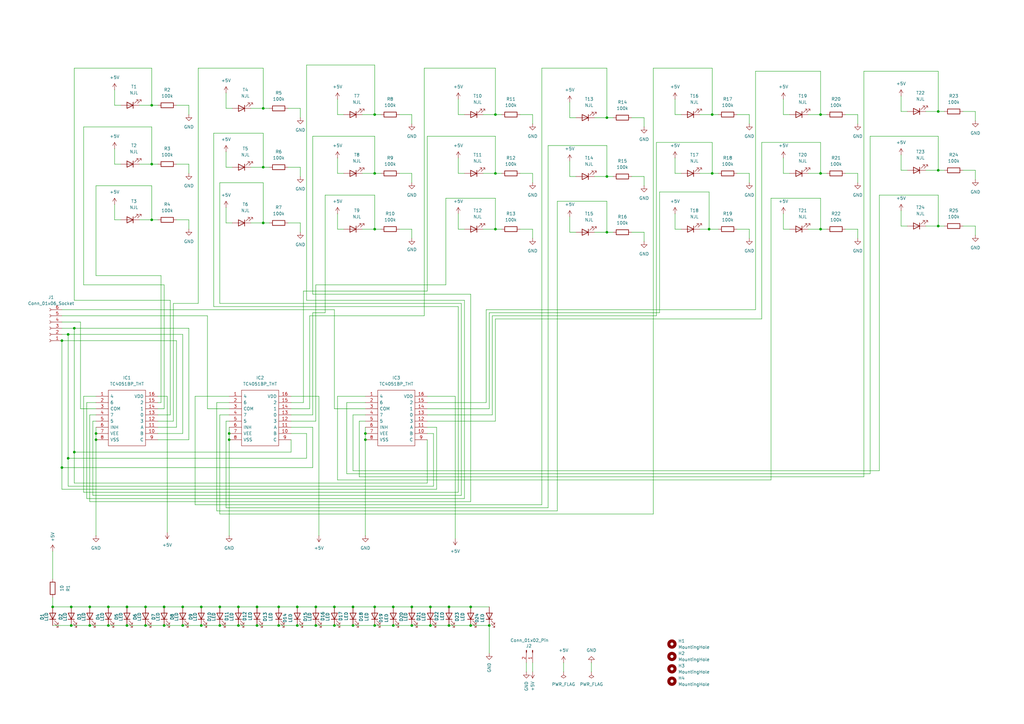
<source format=kicad_sch>
(kicad_sch (version 20231120) (generator "eeschema") (generator_version "8.0")
  (paper "A3")
  (junction (at 384.81 69.85))
  (junction (at 336.55 93.98))
  (junction (at 129.54 248.92))
  (junction (at 44.45 248.92))
  (junction (at 137.16 248.92))
  (junction (at 161.29 256.54))
  (junction (at 59.69 256.54))
  (junction (at 25.4 139.7))
  (junction (at 184.15 256.54))
  (junction (at 292.1 46.99))
  (junction (at 52.07 256.54))
  (junction (at 25.4 191.77))
  (junction (at 29.21 248.92))
  (junction (at 149.86 177.8))
  (junction (at 200.66 256.54))
  (junction (at 336.55 71.12))
  (junction (at 292.1 71.12))
  (junction (at 107.95 91.44))
  (junction (at 153.67 46.99))
  (junction (at 384.81 92.71))
  (junction (at 105.41 248.92))
  (junction (at 82.55 256.54))
  (junction (at 62.23 43.18))
  (junction (at 39.37 180.34))
  (junction (at 44.45 256.54))
  (junction (at 121.92 248.92))
  (junction (at 114.3 248.92))
  (junction (at 153.67 71.12))
  (junction (at 248.92 95.25))
  (junction (at 52.07 248.92))
  (junction (at 30.48 185.42))
  (junction (at 121.92 256.54))
  (junction (at 176.53 256.54))
  (junction (at 193.04 256.54))
  (junction (at 168.91 248.92))
  (junction (at 21.59 248.92))
  (junction (at 27.94 137.16))
  (junction (at 82.55 248.92))
  (junction (at 90.17 256.54))
  (junction (at 107.95 68.58))
  (junction (at 384.81 45.72))
  (junction (at 62.23 67.31))
  (junction (at 107.95 44.45))
  (junction (at 176.53 248.92))
  (junction (at 105.41 256.54))
  (junction (at 203.2 71.12))
  (junction (at 93.98 177.8))
  (junction (at 336.55 46.99))
  (junction (at 203.2 93.98))
  (junction (at 62.23 90.17))
  (junction (at 90.17 248.92))
  (junction (at 248.92 48.26))
  (junction (at 149.86 180.34))
  (junction (at 193.04 248.92))
  (junction (at 74.93 256.54))
  (junction (at 144.78 256.54))
  (junction (at 114.3 256.54))
  (junction (at 161.29 248.92))
  (junction (at 153.67 93.98))
  (junction (at 97.79 256.54))
  (junction (at 153.67 256.54))
  (junction (at 203.2 46.99))
  (junction (at 129.54 256.54))
  (junction (at 290.83 93.98))
  (junction (at 74.93 248.92))
  (junction (at 39.37 177.8))
  (junction (at 67.31 248.92))
  (junction (at 248.92 72.39))
  (junction (at 153.67 248.92))
  (junction (at 144.78 248.92))
  (junction (at 36.83 256.54))
  (junction (at 59.69 248.92))
  (junction (at 184.15 248.92))
  (junction (at 36.83 248.92))
  (junction (at 29.21 256.54))
  (junction (at 67.31 256.54))
  (junction (at 93.98 180.34))
  (junction (at 97.79 248.92))
  (junction (at 168.91 256.54))
  (junction (at 30.48 134.62))
  (junction (at 27.94 187.96))
  (junction (at 137.16 256.54))
  (wire (pts (xy 62.23 67.31) (xy 64.77 67.31)))
  (wire (pts (xy 87.63 125.73) (xy 187.96 125.73)))
  (wire (pts (xy 92.71 85.09) (xy 92.71 91.44)))
  (wire (pts (xy 309.88 127) (xy 199.39 127)))
  (wire (pts (xy 21.59 226.06) (xy 21.59 237.49)))
  (wire (pts (xy 394.97 45.72) (xy 400.05 45.72)))
  (wire (pts (xy 118.11 91.44) (xy 123.19 91.44)))
  (wire (pts (xy 153.67 71.12) (xy 156.21 71.12)))
  (wire (pts (xy 36.83 248.92) (xy 44.45 248.92)))
  (wire (pts (xy 138.43 40.64) (xy 138.43 46.99)))
  (wire (pts (xy 38.1 203.2) (xy 38.1 172.72)))
  (wire (pts (xy 128.27 55.88) (xy 153.67 55.88)))
  (wire (pts (xy 92.71 44.45) (xy 95.25 44.45)))
  (wire (pts (xy 276.86 46.99) (xy 279.4 46.99)))
  (wire (pts (xy 107.95 27.94) (xy 107.95 44.45)))
  (wire (pts (xy 39.37 177.8) (xy 39.37 180.34)))
  (wire (pts (xy 360.68 193.04) (xy 144.78 193.04)))
  (wire (pts (xy 243.84 48.26) (xy 248.92 48.26)))
  (wire (pts (xy 302.26 46.99) (xy 307.34 46.99)))
  (wire (pts (xy 199.39 127) (xy 199.39 165.1)))
  (wire (pts (xy 331.47 93.98) (xy 336.55 93.98)))
  (wire (pts (xy 224.79 59.69) (xy 224.79 208.28)))
  (wire (pts (xy 307.34 71.12) (xy 307.34 74.93)))
  (wire (pts (xy 102.87 91.44) (xy 107.95 91.44)))
  (wire (pts (xy 175.26 180.34) (xy 175.26 198.12)))
  (wire (pts (xy 21.59 256.54) (xy 29.21 256.54)))
  (wire (pts (xy 105.41 256.54) (xy 114.3 256.54)))
  (wire (pts (xy 85.09 167.64) (xy 93.98 167.64)))
  (wire (pts (xy 127 167.64) (xy 119.38 167.64)))
  (wire (pts (xy 394.97 92.71) (xy 400.05 92.71)))
  (wire (pts (xy 153.67 55.88) (xy 153.67 71.12)))
  (wire (pts (xy 193.04 120.65) (xy 193.04 205.74)))
  (wire (pts (xy 187.96 71.12) (xy 190.5 71.12)))
  (wire (pts (xy 384.81 29.21) (xy 384.81 45.72)))
  (wire (pts (xy 74.93 256.54) (xy 82.55 256.54)))
  (wire (pts (xy 57.15 43.18) (xy 62.23 43.18)))
  (wire (pts (xy 35.56 165.1) (xy 39.37 165.1)))
  (wire (pts (xy 46.99 67.31) (xy 49.53 67.31)))
  (wire (pts (xy 39.37 167.64) (xy 33.02 167.64)))
  (wire (pts (xy 81.28 27.94) (xy 107.95 27.94)))
  (wire (pts (xy 161.29 248.92) (xy 168.91 248.92)))
  (wire (pts (xy 88.9 165.1) (xy 93.98 165.1)))
  (wire (pts (xy 124.46 165.1) (xy 119.38 165.1)))
  (wire (pts (xy 138.43 87.63) (xy 138.43 93.98)))
  (wire (pts (xy 321.31 40.64) (xy 321.31 46.99)))
  (wire (pts (xy 64.77 177.8) (xy 74.93 177.8)))
  (wire (pts (xy 384.81 69.85) (xy 387.35 69.85)))
  (wire (pts (xy 144.78 248.92) (xy 153.67 248.92)))
  (wire (pts (xy 233.68 72.39) (xy 236.22 72.39)))
  (wire (pts (xy 39.37 113.03) (xy 66.04 113.03)))
  (wire (pts (xy 276.86 71.12) (xy 279.4 71.12)))
  (wire (pts (xy 66.04 113.03) (xy 66.04 165.1)))
  (wire (pts (xy 34.29 52.07) (xy 34.29 116.84)))
  (wire (pts (xy 119.38 177.8) (xy 125.73 177.8)))
  (wire (pts (xy 228.6 209.55) (xy 88.9 209.55)))
  (wire (pts (xy 123.19 91.44) (xy 123.19 95.25)))
  (wire (pts (xy 125.73 26.67) (xy 153.67 26.67)))
  (wire (pts (xy 203.2 46.99) (xy 205.74 46.99)))
  (wire (pts (xy 248.92 48.26) (xy 251.46 48.26)))
  (wire (pts (xy 153.67 26.67) (xy 153.67 46.99)))
  (wire (pts (xy 248.92 82.55) (xy 248.92 95.25)))
  (wire (pts (xy 321.31 87.63) (xy 321.31 93.98)))
  (wire (pts (xy 138.43 162.56) (xy 149.86 162.56)))
  (wire (pts (xy 384.81 80.01) (xy 384.81 92.71)))
  (wire (pts (xy 118.11 44.45) (xy 123.19 44.45)))
  (wire (pts (xy 203.2 81.28) (xy 203.2 93.98)))
  (wire (pts (xy 64.77 162.56) (xy 68.58 162.56)))
  (wire (pts (xy 369.57 63.5) (xy 369.57 69.85)))
  (wire (pts (xy 179.07 175.26) (xy 179.07 200.66)))
  (wire (pts (xy 292.1 58.42) (xy 292.1 71.12)))
  (wire (pts (xy 203.2 93.98) (xy 205.74 93.98)))
  (wire (pts (xy 97.79 256.54) (xy 105.41 256.54)))
  (wire (pts (xy 114.3 256.54) (xy 121.92 256.54)))
  (wire (pts (xy 71.12 172.72) (xy 64.77 172.72)))
  (wire (pts (xy 67.31 116.84) (xy 67.31 167.64)))
  (wire (pts (xy 336.55 81.28) (xy 316.23 81.28)))
  (wire (pts (xy 187.96 46.99) (xy 190.5 46.99)))
  (wire (pts (xy 331.47 46.99) (xy 336.55 46.99)))
  (wire (pts (xy 336.55 46.99) (xy 339.09 46.99)))
  (wire (pts (xy 133.35 80.01) (xy 133.35 128.27)))
  (wire (pts (xy 309.88 29.21) (xy 336.55 29.21)))
  (wire (pts (xy 97.79 248.92) (xy 105.41 248.92)))
  (wire (pts (xy 331.47 71.12) (xy 336.55 71.12)))
  (wire (pts (xy 346.71 46.99) (xy 351.79 46.99)))
  (wire (pts (xy 267.97 27.94) (xy 267.97 210.82)))
  (wire (pts (xy 39.37 76.2) (xy 62.23 76.2)))
  (wire (pts (xy 72.39 67.31) (xy 77.47 67.31)))
  (wire (pts (xy 175.26 162.56) (xy 186.69 162.56)))
  (wire (pts (xy 248.92 27.94) (xy 222.25 27.94)))
  (wire (pts (xy 44.45 248.92) (xy 52.07 248.92)))
  (wire (pts (xy 21.59 245.11) (xy 21.59 248.92)))
  (wire (pts (xy 107.95 74.93) (xy 90.17 74.93)))
  (wire (pts (xy 259.08 72.39) (xy 264.16 72.39)))
  (wire (pts (xy 147.32 195.58) (xy 147.32 172.72)))
  (wire (pts (xy 107.95 54.61) (xy 87.63 54.61)))
  (wire (pts (xy 36.83 256.54) (xy 44.45 256.54)))
  (wire (pts (xy 203.2 81.28) (xy 182.88 81.28)))
  (wire (pts (xy 201.93 170.18) (xy 175.26 170.18)))
  (wire (pts (xy 27.94 137.16) (xy 27.94 187.96)))
  (wire (pts (xy 351.79 46.99) (xy 351.79 50.8)))
  (wire (pts (xy 168.91 248.92) (xy 176.53 248.92)))
  (wire (pts (xy 369.57 92.71) (xy 372.11 92.71)))
  (wire (pts (xy 44.45 256.54) (xy 52.07 256.54)))
  (wire (pts (xy 119.38 180.34) (xy 119.38 185.42)))
  (wire (pts (xy 292.1 27.94) (xy 292.1 46.99)))
  (wire (pts (xy 312.42 130.81) (xy 203.2 130.81)))
  (wire (pts (xy 85.09 129.54) (xy 25.4 129.54)))
  (wire (pts (xy 259.08 48.26) (xy 264.16 48.26)))
  (wire (pts (xy 62.23 52.07) (xy 62.23 67.31)))
  (wire (pts (xy 309.88 29.21) (xy 309.88 127)))
  (wire (pts (xy 35.56 165.1) (xy 35.56 204.47)))
  (wire (pts (xy 176.53 248.92) (xy 184.15 248.92)))
  (wire (pts (xy 64.77 180.34) (xy 77.47 180.34)))
  (wire (pts (xy 242.57 271.78) (xy 242.57 275.59)))
  (wire (pts (xy 369.57 86.36) (xy 369.57 92.71)))
  (wire (pts (xy 384.81 45.72) (xy 387.35 45.72)))
  (wire (pts (xy 88.9 165.1) (xy 88.9 209.55)))
  (wire (pts (xy 46.99 36.83) (xy 46.99 43.18)))
  (wire (pts (xy 119.38 185.42) (xy 30.48 185.42)))
  (wire (pts (xy 356.87 194.31) (xy 142.24 194.31)))
  (wire (pts (xy 233.68 41.91) (xy 233.68 48.26)))
  (wire (pts (xy 213.36 71.12) (xy 218.44 71.12)))
  (wire (pts (xy 46.99 43.18) (xy 49.53 43.18)))
  (wire (pts (xy 175.26 175.26) (xy 179.07 175.26)))
  (wire (pts (xy 129.54 172.72) (xy 119.38 172.72)))
  (wire (pts (xy 233.68 66.04) (xy 233.68 72.39)))
  (wire (pts (xy 118.11 68.58) (xy 123.19 68.58)))
  (wire (pts (xy 67.31 167.64) (xy 64.77 167.64)))
  (wire (pts (xy 92.71 91.44) (xy 95.25 91.44)))
  (wire (pts (xy 25.4 134.62) (xy 30.48 134.62)))
  (wire (pts (xy 248.92 59.69) (xy 248.92 72.39)))
  (wire (pts (xy 175.26 177.8) (xy 177.8 177.8)))
  (wire (pts (xy 369.57 39.37) (xy 369.57 45.72)))
  (wire (pts (xy 69.85 123.19) (xy 69.85 170.18)))
  (wire (pts (xy 200.66 167.64) (xy 175.26 167.64)))
  (wire (pts (xy 187.96 64.77) (xy 187.96 71.12)))
  (wire (pts (xy 203.2 71.12) (xy 205.74 71.12)))
  (wire (pts (xy 153.67 248.92) (xy 161.29 248.92)))
  (wire (pts (xy 87.63 54.61) (xy 87.63 125.73)))
  (wire (pts (xy 133.35 128.27) (xy 128.27 128.27)))
  (wire (pts (xy 287.02 46.99) (xy 292.1 46.99)))
  (wire (pts (xy 276.86 64.77) (xy 276.86 71.12)))
  (wire (pts (xy 200.66 128.27) (xy 200.66 167.64)))
  (wire (pts (xy 276.86 93.98) (xy 279.4 93.98)))
  (wire (pts (xy 213.36 46.99) (xy 218.44 46.99)))
  (wire (pts (xy 228.6 82.55) (xy 228.6 209.55)))
  (wire (pts (xy 124.46 119.38) (xy 124.46 165.1)))
  (wire (pts (xy 125.73 123.19) (xy 190.5 123.19)))
  (wire (pts (xy 144.78 193.04) (xy 144.78 170.18)))
  (wire (pts (xy 62.23 76.2) (xy 62.23 90.17)))
  (wire (pts (xy 57.15 67.31) (xy 62.23 67.31)))
  (wire (pts (xy 25.4 127) (xy 137.16 127)))
  (wire (pts (xy 198.12 93.98) (xy 203.2 93.98)))
  (wire (pts (xy 85.09 129.54) (xy 85.09 167.64)))
  (wire (pts (xy 354.33 195.58) (xy 147.32 195.58)))
  (wire (pts (xy 149.86 167.64) (xy 137.16 167.64)))
  (wire (pts (xy 68.58 162.56) (xy 68.58 218.44)))
  (wire (pts (xy 193.04 205.74) (xy 36.83 205.74)))
  (wire (pts (xy 39.37 175.26) (xy 39.37 177.8)))
  (wire (pts (xy 201.93 129.54) (xy 201.93 170.18)))
  (wire (pts (xy 62.23 43.18) (xy 64.77 43.18)))
  (wire (pts (xy 302.26 71.12) (xy 307.34 71.12)))
  (wire (pts (xy 33.02 132.08) (xy 25.4 132.08)))
  (wire (pts (xy 142.24 194.31) (xy 142.24 165.1)))
  (wire (pts (xy 218.44 71.12) (xy 218.44 74.93)))
  (wire (pts (xy 148.59 46.99) (xy 153.67 46.99)))
  (wire (pts (xy 138.43 196.85) (xy 138.43 162.56)))
  (wire (pts (xy 125.73 26.67) (xy 125.73 123.19)))
  (wire (pts (xy 224.79 59.69) (xy 248.92 59.69)))
  (wire (pts (xy 81.28 27.94) (xy 81.28 124.46)))
  (wire (pts (xy 175.26 119.38) (xy 124.46 119.38)))
  (wire (pts (xy 74.93 248.92) (xy 82.55 248.92)))
  (wire (pts (xy 107.95 54.61) (xy 107.95 68.58)))
  (wire (pts (xy 168.91 256.54) (xy 161.29 256.54)))
  (wire (pts (xy 394.97 69.85) (xy 400.05 69.85)))
  (wire (pts (xy 57.15 90.17) (xy 62.23 90.17)))
  (wire (pts (xy 292.1 71.12) (xy 294.64 71.12)))
  (wire (pts (xy 62.23 27.94) (xy 62.23 43.18)))
  (wire (pts (xy 46.99 90.17) (xy 49.53 90.17)))
  (wire (pts (xy 67.31 256.54) (xy 74.93 256.54)))
  (wire (pts (xy 119.38 175.26) (xy 128.27 175.26)))
  (wire (pts (xy 173.99 27.94) (xy 203.2 27.94)))
  (wire (pts (xy 34.29 162.56) (xy 39.37 162.56)))
  (wire (pts (xy 336.55 81.28) (xy 336.55 93.98)))
  (wire (pts (xy 64.77 175.26) (xy 72.39 175.26)))
  (wire (pts (xy 321.31 71.12) (xy 323.85 71.12)))
  (wire (pts (xy 248.92 95.25) (xy 251.46 95.25)))
  (wire (pts (xy 90.17 248.92) (xy 97.79 248.92)))
  (wire (pts (xy 163.83 46.99) (xy 168.91 46.99)))
  (wire (pts (xy 30.48 27.94) (xy 30.48 123.19)))
  (wire (pts (xy 193.04 256.54) (xy 200.66 256.54)))
  (wire (pts (xy 33.02 167.64) (xy 33.02 132.08)))
  (wire (pts (xy 184.15 256.54) (xy 176.53 256.54)))
  (wire (pts (xy 187.96 87.63) (xy 187.96 93.98)))
  (wire (pts (xy 187.96 40.64) (xy 187.96 46.99)))
  (wire (pts (xy 137.16 248.92) (xy 144.78 248.92)))
  (wire (pts (xy 168.91 93.98) (xy 168.91 97.79)))
  (wire (pts (xy 316.23 196.85) (xy 138.43 196.85)))
  (wire (pts (xy 307.34 46.99) (xy 307.34 50.8)))
  (wire (pts (xy 168.91 71.12) (xy 168.91 74.93)))
  (wire (pts (xy 77.47 180.34) (xy 77.47 134.62)))
  (wire (pts (xy 128.27 170.18) (xy 119.38 170.18)))
  (wire (pts (xy 312.42 58.42) (xy 336.55 58.42)))
  (wire (pts (xy 59.69 256.54) (xy 67.31 256.54)))
  (wire (pts (xy 71.12 124.46) (xy 71.12 172.72)))
  (wire (pts (xy 144.78 256.54) (xy 137.16 256.54)))
  (wire (pts (xy 67.31 248.92) (xy 74.93 248.92)))
  (wire (pts (xy 218.44 46.99) (xy 218.44 50.8)))
  (wire (pts (xy 114.3 248.92) (xy 121.92 248.92)))
  (wire (pts (xy 92.71 68.58) (xy 95.25 68.58)))
  (wire (pts (xy 270.51 78.74) (xy 290.83 78.74)))
  (wire (pts (xy 199.39 165.1) (xy 175.26 165.1)))
  (wire (pts (xy 264.16 72.39) (xy 264.16 76.2)))
  (wire (pts (xy 77.47 67.31) (xy 77.47 71.12)))
  (wire (pts (xy 127 129.54) (xy 127 167.64)))
  (wire (pts (xy 123.19 44.45) (xy 123.19 48.26)))
  (wire (pts (xy 267.97 27.94) (xy 292.1 27.94)))
  (wire (pts (xy 39.37 180.34) (xy 39.37 219.71)))
  (wire (pts (xy 149.86 180.34) (xy 149.86 219.71)))
  (wire (pts (xy 148.59 93.98) (xy 153.67 93.98)))
  (wire (pts (xy 93.98 175.26) (xy 93.98 177.8)))
  (wire (pts (xy 186.69 162.56) (xy 186.69 220.98)))
  (wire (pts (xy 336.55 93.98) (xy 339.09 93.98)))
  (wire (pts (xy 93.98 177.8) (xy 93.98 180.34)))
  (wire (pts (xy 148.59 71.12) (xy 153.67 71.12)))
  (wire (pts (xy 213.36 93.98) (xy 218.44 93.98)))
  (wire (pts (xy 74.93 137.16) (xy 27.94 137.16)))
  (wire (pts (xy 153.67 256.54) (xy 161.29 256.54)))
  (wire (pts (xy 177.8 177.8) (xy 177.8 199.39)))
  (wire (pts (xy 233.68 88.9) (xy 233.68 95.25)))
  (wire (pts (xy 336.55 71.12) (xy 339.09 71.12)))
  (wire (pts (xy 128.27 175.26) (xy 128.27 191.77)))
  (wire (pts (xy 144.78 170.18) (xy 149.86 170.18)))
  (wire (pts (xy 290.83 93.98) (xy 294.64 93.98)))
  (wire (pts (xy 175.26 55.88) (xy 203.2 55.88)))
  (wire (pts (xy 182.88 81.28) (xy 182.88 116.84)))
  (wire (pts (xy 312.42 58.42) (xy 312.42 130.81)))
  (wire (pts (xy 354.33 29.21) (xy 384.81 29.21)))
  (wire (pts (xy 90.17 170.18) (xy 93.98 170.18)))
  (wire (pts (xy 80.01 162.56) (xy 93.98 162.56)))
  (wire (pts (xy 81.28 124.46) (xy 71.12 124.46)))
  (wire (pts (xy 346.71 71.12) (xy 351.79 71.12)))
  (wire (pts (xy 72.39 90.17) (xy 77.47 90.17)))
  (wire (pts (xy 203.2 172.72) (xy 175.26 172.72)))
  (wire (pts (xy 153.67 256.54) (xy 144.78 256.54)))
  (wire (pts (xy 66.04 165.1) (xy 64.77 165.1)))
  (wire (pts (xy 92.71 172.72) (xy 93.98 172.72)))
  (wire (pts (xy 72.39 175.26) (xy 72.39 139.7)))
  (wire (pts (xy 92.71 208.28) (xy 92.71 172.72)))
  (wire (pts (xy 128.27 128.27) (xy 128.27 170.18)))
  (wire (pts (xy 187.96 201.93) (xy 34.29 201.93)))
  (wire (pts (xy 243.84 95.25) (xy 248.92 95.25)))
  (wire (pts (xy 369.57 69.85) (xy 372.11 69.85)))
  (wire (pts (xy 128.27 120.65) (xy 193.04 120.65)))
  (wire (pts (xy 90.17 256.54) (xy 97.79 256.54)))
  (wire (pts (xy 177.8 199.39) (xy 27.94 199.39)))
  (wire (pts (xy 248.92 27.94) (xy 248.92 48.26)))
  (wire (pts (xy 25.4 139.7) (xy 25.4 191.77)))
  (wire (pts (xy 107.95 44.45) (xy 110.49 44.45)))
  (wire (pts (xy 27.94 187.96) (xy 27.94 199.39)))
  (wire (pts (xy 302.26 93.98) (xy 307.34 93.98)))
  (wire (pts (xy 168.91 46.99) (xy 168.91 50.8)))
  (wire (pts (xy 149.86 175.26) (xy 149.86 177.8)))
  (wire (pts (xy 147.32 172.72) (xy 149.86 172.72)))
  (wire (pts (xy 46.99 83.82) (xy 46.99 90.17)))
  (wire (pts (xy 125.73 177.8) (xy 125.73 187.96)))
  (wire (pts (xy 224.79 208.28) (xy 92.71 208.28)))
  (wire (pts (xy 321.31 93.98) (xy 323.85 93.98)))
  (wire (pts (xy 276.86 87.63) (xy 276.86 93.98)))
  (wire (pts (xy 30.48 185.42) (xy 30.48 134.62)))
  (wire (pts (xy 276.86 40.64) (xy 276.86 46.99)))
  (wire (pts (xy 29.21 256.54) (xy 36.83 256.54)))
  (wire (pts (xy 356.87 55.88) (xy 384.81 55.88)))
  (wire (pts (xy 138.43 71.12) (xy 140.97 71.12)))
  (wire (pts (xy 130.81 162.56) (xy 130.81 219.71)))
  (wire (pts (xy 142.24 165.1) (xy 149.86 165.1)))
  (wire (pts (xy 107.95 91.44) (xy 110.49 91.44)))
  (wire (pts (xy 336.55 58.42) (xy 336.55 71.12)))
  (wire (pts (xy 72.39 139.7) (xy 25.4 139.7)))
  (wire (pts (xy 123.19 68.58) (xy 123.19 72.39)))
  (wire (pts (xy 121.92 248.92) (xy 129.54 248.92)))
  (wire (pts (xy 121.92 256.54) (xy 129.54 256.54)))
  (wire (pts (xy 269.24 129.54) (xy 201.93 129.54)))
  (wire (pts (xy 173.99 27.94) (xy 173.99 129.54)))
  (wire (pts (xy 129.54 116.84) (xy 129.54 172.72)))
  (wire (pts (xy 129.54 248.92) (xy 137.16 248.92)))
  (wire (pts (xy 218.44 271.78) (xy 218.44 275.59)))
  (wire (pts (xy 270.51 128.27) (xy 200.66 128.27)))
  (wire (pts (xy 34.29 52.07) (xy 62.23 52.07)))
  (wire (pts (xy 38.1 172.72) (xy 39.37 172.72)))
  (wire (pts (xy 264.16 48.26) (xy 264.16 52.07)))
  (wire (pts (xy 82.55 248.92) (xy 90.17 248.92)))
  (wire (pts (xy 36.83 170.18) (xy 39.37 170.18)))
  (wire (pts (xy 175.26 55.88) (xy 175.26 119.38)))
  (wire (pts (xy 222.25 207.01) (xy 80.01 207.01)))
  (wire (pts (xy 233.68 95.25) (xy 236.22 95.25)))
  (wire (pts (xy 34.29 116.84) (xy 67.31 116.84)))
  (wire (pts (xy 321.31 64.77) (xy 321.31 71.12)))
  (wire (pts (xy 222.25 27.94) (xy 222.25 207.01)))
  (wire (pts (xy 46.99 60.96) (xy 46.99 67.31)))
  (wire (pts (xy 264.16 95.25) (xy 264.16 99.06)))
  (wire (pts (xy 128.27 55.88) (xy 128.27 120.65)))
  (wire (pts (xy 360.68 80.01) (xy 384.81 80.01)))
  (wire (pts (xy 356.87 55.88) (xy 356.87 194.31)))
  (wire (pts (xy 39.37 76.2) (xy 39.37 113.03)))
  (wire (pts (xy 384.81 92.71) (xy 387.35 92.71)))
  (wire (pts (xy 354.33 29.21) (xy 354.33 195.58)))
  (wire (pts (xy 200.66 267.97) (xy 200.66 256.54)))
  (wire (pts (xy 336.55 29.21) (xy 336.55 46.99)))
  (wire (pts (xy 36.83 205.74) (xy 36.83 170.18)))
  (wire (pts (xy 316.23 81.28) (xy 316.23 196.85)))
  (wire (pts (xy 400.05 92.71) (xy 400.05 96.52)))
  (wire (pts (xy 90.17 74.93) (xy 90.17 124.46)))
  (wire (pts (xy 369.57 45.72) (xy 372.11 45.72)))
  (wire (pts (xy 351.79 93.98) (xy 351.79 97.79)))
  (wire (pts (xy 29.21 248.92) (xy 36.83 248.92)))
  (wire (pts (xy 153.67 80.01) (xy 153.67 93.98)))
  (wire (pts (xy 153.67 80.01) (xy 133.35 80.01)))
  (wire (pts (xy 72.39 43.18) (xy 77.47 43.18)))
  (wire (pts (xy 360.68 80.01) (xy 360.68 193.04)))
  (wire (pts (xy 30.48 123.19) (xy 69.85 123.19)))
  (wire (pts (xy 287.02 93.98) (xy 290.83 93.98)))
  (wire (pts (xy 190.5 123.19) (xy 190.5 204.47)))
  (wire (pts (xy 105.41 248.92) (xy 114.3 248.92)))
  (wire (pts (xy 27.94 137.16) (xy 25.4 137.16)))
  (wire (pts (xy 231.14 271.78) (xy 231.14 275.59)))
  (wire (pts (xy 203.2 130.81) (xy 203.2 172.72)))
  (wire (pts (xy 69.85 170.18) (xy 64.77 170.18)))
  (wire (pts (xy 218.44 93.98) (xy 218.44 97.79)))
  (wire (pts (xy 77.47 90.17) (xy 77.47 93.98)))
  (wire (pts (xy 74.93 177.8) (xy 74.93 137.16)))
  (wire (pts (xy 102.87 68.58) (xy 107.95 68.58)))
  (wire (pts (xy 198.12 46.99) (xy 203.2 46.99)))
  (wire (pts (xy 176.53 256.54) (xy 168.91 256.54)))
  (wire (pts (xy 82.55 256.54) (xy 90.17 256.54)))
  (wire (pts (xy 233.68 48.26) (xy 236.22 48.26)))
  (wire (pts (xy 287.02 71.12) (xy 292.1 71.12)))
  (wire (pts (xy 198.12 71.12) (xy 203.2 71.12)))
  (wire (pts (xy 400.05 69.85) (xy 400.05 73.66)))
  (wire (pts (xy 90.17 124.46) (xy 189.23 124.46)))
  (wire (pts (xy 90.17 210.82) (xy 90.17 170.18)))
  (wire (pts (xy 290.83 78.74) (xy 290.83 93.98)))
  (wire (pts (xy 269.24 58.42) (xy 269.24 129.54)))
  (wire (pts (xy 248.92 72.39) (xy 251.46 72.39)))
  (wire (pts (xy 30.48 198.12) (xy 30.48 185.42)))
  (wire (pts (xy 153.67 93.98) (xy 156.21 93.98)))
  (wire (pts (xy 102.87 44.45) (xy 107.95 44.45)))
  (wire (pts (xy 248.92 82.55) (xy 228.6 82.55)))
  (wire (pts (xy 52.07 248.92) (xy 59.69 248.92)))
  (wire (pts (xy 379.73 45.72) (xy 384.81 45.72)))
  (wire (pts (xy 107.95 68.58) (xy 110.49 68.58)))
  (wire (pts (xy 187.96 125.73) (xy 187.96 201.93)))
  (wire (pts (xy 203.2 55.88) (xy 203.2 71.12)))
  (wire (pts (xy 128.27 191.77) (xy 25.4 191.77)))
  (wire (pts (xy 189.23 203.2) (xy 38.1 203.2)))
  (wire (pts (xy 138.43 64.77) (xy 138.43 71.12)))
  (wire (pts (xy 30.48 134.62) (xy 77.47 134.62)))
  (wire (pts (xy 173.99 129.54) (xy 127 129.54)))
  (wire (pts (xy 93.98 180.34) (xy 93.98 219.71)))
  (wire (pts (xy 59.69 248.92) (xy 67.31 248.92)))
  (wire (pts (xy 379.73 69.85) (xy 384.81 69.85)))
  (wire (pts (xy 259.08 95.25) (xy 264.16 95.25)))
  (wire (pts (xy 92.71 62.23) (xy 92.71 68.58)))
  (wire (pts (xy 379.73 92.71) (xy 384.81 92.71)))
  (wire (pts (xy 138.43 46.99) (xy 140.97 46.99)))
  (wire (pts (xy 203.2 27.94) (xy 203.2 46.99)))
  (wire (pts (xy 77.47 43.18) (xy 77.47 46.99)))
  (wire (pts (xy 163.83 93.98) (xy 168.91 93.98)))
  (wire (pts (xy 62.23 27.94) (xy 30.48 27.94)))
  (wire (pts (xy 384.81 55.88) (xy 384.81 69.85)))
  (wire (pts (xy 21.59 248.92) (xy 29.21 248.92)))
  (wire (pts (xy 215.9 271.78) (xy 215.9 275.59)))
  (wire (pts (xy 184.15 248.92) (xy 193.04 248.92)))
  (wire (pts (xy 149.86 177.8) (xy 149.86 180.34)))
  (wire (pts (xy 269.24 58.42) (xy 292.1 58.42)))
  (wire (pts (xy 270.51 78.74) (xy 270.51 128.27)))
  (wire (pts (xy 175.26 198.12) (xy 30.48 198.12)))
  (wire (pts (xy 125.73 187.96) (xy 27.94 187.96)))
  (wire (pts (xy 187.96 93.98) (xy 190.5 93.98)))
  (wire (pts (xy 400.05 45.72) (xy 400.05 49.53)))
  (wire (pts (xy 138.43 93.98) (xy 140.97 93.98)))
  (wire (pts (xy 243.84 72.39) (xy 248.92 72.39)))
  (wire (pts (xy 189.23 124.46) (xy 189.23 203.2)))
  (wire (pts (xy 307.34 93.98) (xy 307.34 97.79)))
  (wire (pts (xy 179.07 200.66) (xy 25.4 200.66)))
  (wire (pts (xy 163.83 71.12) (xy 168.91 71.12)))
  (wire (pts (xy 80.01 207.01) (xy 80.01 162.56)))
  (wire (pts (xy 92.71 38.1) (xy 92.71 44.45)))
  (wire (pts (xy 321.31 46.99) (xy 323.85 46.99)))
  (wire (pts (xy 292.1 46.99) (xy 294.64 46.99)))
  (wire (pts (xy 52.07 256.54) (xy 59.69 256.54)))
  (wire (pts (xy 137.16 256.54) (xy 129.54 256.54)))
  (wire (pts (xy 107.95 74.93) (xy 107.95 91.44)))
  (wire (pts (xy 137.16 167.64) (xy 137.16 127)))
  (wire (pts (xy 346.71 93.98) (xy 351.79 93.98)))
  (wire (pts (xy 25.4 191.77) (xy 25.4 200.66)))
  (wire (pts (xy 267.97 210.82) (xy 90.17 210.82)))
  (wire (pts (xy 62.23 90.17) (xy 64.77 90.17)))
  (wire (pts (xy 190.5 204.47) (xy 35.56 204.47)))
  (wire (pts (xy 153.67 46.99) (xy 156.21 46.99)))
  (wire (pts (xy 182.88 116.84) (xy 129.54 116.84)))
  (wire (pts (xy 184.15 256.54) (xy 193.04 256.54)))
  (wire (pts (xy 119.38 162.56) (xy 130.81 162.56)))
  (wire (pts (xy 351.79 71.12) (xy 351.79 74.93)))
  (wire (pts (xy 34.29 201.93) (xy 34.29 162.56)))
  (wire (pts (xy 193.04 248.92) (xy 200.66 248.92)))
  (symbol (lib_id "Device:LED") (at 144.78 93.98 180) (unit 1)
    (property "Reference" "T9" (at 146.3675 86.36 0))
    (property "Value" "NJL" (at 146.3675 88.9 0))
    (property "Footprint" "LED_THT:LED_D5.0mm" (effects (hide yes)))
    (property "Description" "Light emitting diode" (effects (hide yes)))
  )
  (symbol (lib_id "Device:LED") (at 283.21 46.99 180) (unit 1)
    (property "Reference" "T16" (at 284.7975 39.37 0))
    (property "Value" "NJL" (at 284.7975 41.91 0))
    (property "Footprint" "LED_THT:LED_D5.0mm" (effects (hide yes)))
    (property "Description" "Light emitting diode" (effects (hide yes)))
  )
  (symbol (lib_id "Device:R") (at 298.45 46.99 90) (unit 1)
    (property "Reference" "R17" (at 298.45 40.64 90))
    (property "Value" "100k" (at 298.45 43.18 90))
    (property "Footprint" "Resistor_THT:R_Axial_DIN0207_L6.3mm_D2.5mm_P10.16mm_Horizontal" (effects (hide yes)))
    (property "Description" "Resistor" (effects (hide yes)))
  )
  (symbol (lib_id "power:+5V") (at 321.31 87.63 0) (unit 1)
    (property "Reference" "#PWR051" (effects (hide yes)))
    (property "Value" "+5V" (at 321.31 82.55 0))
    (property "Description" "Power symbol creates a global label with name \"+5V\"" (effects (hide yes)))
  )
  (symbol (lib_id "LINESENSOR:TC4051BP_THT") (at 149.86 162.56 0) (unit 1)
    (property "Reference" "IC3" (at 162.56 154.94 0))
    (property "Value" "TC4051BP_THT" (at 162.56 157.48 0))
    (property "Footprint" "LINESENSOR:TC4051BP_THT" (effects (hide yes)))
    (property "Datasheet" "http://toshiba.semicon-storage.com/info/docget.jsp?did=18603&prodName=TC4051BP" (effects (hide yes)))
    (property "Description" "Toshiba TC4051BP(N,F), Multiplexer/Demultiplexer Single 8:1, 12 V, 15 V, 5 V, 9 V, 16-Pin PDIP" (effects (hide yes)))
    (property "Description_1" "Toshiba TC4051BP(N,F), Multiplexer/Demultiplexer Single 8:1, 12 V, 15 V, 5 V, 9 V, 16-Pin PDIP" (effects (hide yes)))
    (property "Height" "4.45" (effects (hide yes)))
    (property "Manufacturer_Name" "Toshiba" (effects (hide yes)))
    (property "Manufacturer_Part_Number" "TC4051BP(N,F)" (effects (hide yes)))
  )
  (symbol (lib_id "Device:R") (at 342.9 71.12 90) (unit 1)
    (property "Reference" "R21" (at 342.9 64.77 90))
    (property "Value" "100k" (at 342.9 67.31 90))
    (property "Footprint" "Resistor_THT:R_Axial_DIN0207_L6.3mm_D2.5mm_P10.16mm_Horizontal" (effects (hide yes)))
    (property "Description" "Resistor" (effects (hide yes)))
  )
  (symbol (lib_id "Device:LED") (at 194.31 93.98 180) (unit 1)
    (property "Reference" "T12" (at 195.8975 86.36 0))
    (property "Value" "NJL" (at 195.8975 88.9 0))
    (property "Footprint" "LED_THT:LED_D5.0mm" (effects (hide yes)))
    (property "Description" "Light emitting diode" (effects (hide yes)))
  )
  (symbol (lib_id "Device:LED") (at 375.92 69.85 180) (unit 1)
    (property "Reference" "T23" (at 377.5075 62.23 0))
    (property "Value" "NJL" (at 377.5075 64.77 0))
    (property "Footprint" "LED_THT:LED_D5.0mm" (effects (hide yes)))
    (property "Description" "Light emitting diode" (effects (hide yes)))
  )
  (symbol (lib_id "Device:R") (at 68.58 43.18 90) (unit 1)
    (property "Reference" "R2" (at 68.58 36.83 90))
    (property "Value" "100k" (at 68.58 39.37 90))
    (property "Footprint" "Resistor_THT:R_Axial_DIN0207_L6.3mm_D2.5mm_P10.16mm_Horizontal" (effects (hide yes)))
    (property "Description" "Resistor" (effects (hide yes)))
  )
  (symbol (lib_id "Device:LED") (at 52.07 252.73 90) (unit 1)
    (property "Reference" "D5" (at 47.752 252.984 0))
    (property "Value" "LED" (at 49.53 252.984 0))
    (property "Footprint" "LED_THT:LED_D5.0mm" (effects (hide yes)))
    (property "Description" "Light emitting diode" (effects (hide yes)))
  )
  (symbol (lib_id "power:+5V") (at 276.86 64.77 0) (unit 1)
    (property "Reference" "#PWR044" (effects (hide yes)))
    (property "Value" "+5V" (at 276.86 59.69 0))
    (property "Description" "Power symbol creates a global label with name \"+5V\"" (effects (hide yes)))
  )
  (symbol (lib_id "Device:LED") (at 59.69 252.73 90) (unit 1)
    (property "Reference" "D6" (at 55.372 252.984 0))
    (property "Value" "LED" (at 57.15 252.984 0))
    (property "Footprint" "LED_THT:LED_D5.0mm" (effects (hide yes)))
    (property "Description" "Light emitting diode" (effects (hide yes)))
  )
  (symbol (lib_id "power:+5V") (at 130.81 219.71 180) (unit 1)
    (property "Reference" "#PWR020" (effects (hide yes)))
    (property "Value" "+5V" (at 130.81 224.79 0))
    (property "Description" "Power symbol creates a global label with name \"+5V\"" (effects (hide yes)))
  )
  (symbol (lib_id "power:+5V") (at 276.86 40.64 0) (unit 1)
    (property "Reference" "#PWR043" (effects (hide yes)))
    (property "Value" "+5V" (at 276.86 35.56 0))
    (property "Description" "Power symbol creates a global label with name \"+5V\"" (effects (hide yes)))
  )
  (symbol (lib_id "power:+5V") (at 276.86 87.63 0) (unit 1)
    (property "Reference" "#PWR045" (effects (hide yes)))
    (property "Value" "+5V" (at 276.86 82.55 0))
    (property "Description" "Power symbol creates a global label with name \"+5V\"" (effects (hide yes)))
  )
  (symbol (lib_id "Device:LED") (at 193.04 252.73 90) (unit 1)
    (property "Reference" "D23" (at 187.452 252.984 0))
    (property "Value" "LED" (at 189.738 252.984 0))
    (property "Footprint" "LED_THT:LED_D5.0mm" (effects (hide yes)))
    (property "Description" "Light emitting diode" (effects (hide yes)))
  )
  (symbol (lib_id "Device:R") (at 255.27 48.26 90) (unit 1)
    (property "Reference" "R14" (at 255.27 41.91 90))
    (property "Value" "100k" (at 255.27 44.45 90))
    (property "Footprint" "Resistor_THT:R_Axial_DIN0207_L6.3mm_D2.5mm_P10.16mm_Horizontal" (effects (hide yes)))
    (property "Description" "Resistor" (effects (hide yes)))
  )
  (symbol (lib_id "Device:LED") (at 99.06 44.45 180) (unit 1)
    (property "Reference" "T4" (at 100.6475 36.83 0))
    (property "Value" "NJL" (at 100.6475 39.37 0))
    (property "Footprint" "LED_THT:LED_D5.0mm" (effects (hide yes)))
    (property "Description" "Light emitting diode" (effects (hide yes)))
  )
  (symbol (lib_id "Device:LED") (at 44.45 252.73 90) (unit 1)
    (property "Reference" "D4" (at 40.132 252.984 0))
    (property "Value" "LED" (at 41.91 252.984 0))
    (property "Footprint" "LED_THT:LED_D5.0mm" (effects (hide yes)))
    (property "Description" "Light emitting diode" (effects (hide yes)))
  )
  (symbol (lib_id "Device:R") (at 114.3 68.58 90) (unit 1)
    (property "Reference" "R6" (at 114.3 62.23 90))
    (property "Value" "100k" (at 114.3 64.77 90))
    (property "Footprint" "Resistor_THT:R_Axial_DIN0207_L6.3mm_D2.5mm_P10.16mm_Horizontal" (effects (hide yes)))
    (property "Description" "Resistor" (effects (hide yes)))
  )
  (symbol (lib_id "power:+5V") (at 92.71 85.09 0) (unit 1)
    (property "Reference" "#PWR012" (effects (hide yes)))
    (property "Value" "+5V" (at 92.71 80.01 0))
    (property "Description" "Power symbol creates a global label with name \"+5V\"" (effects (hide yes)))
  )
  (symbol (lib_id "power:+5V") (at 138.43 40.64 0) (unit 1)
    (property "Reference" "#PWR017" (effects (hide yes)))
    (property "Value" "+5V" (at 138.43 35.56 0))
    (property "Description" "Power symbol creates a global label with name \"+5V\"" (effects (hide yes)))
  )
  (symbol (lib_id "power:GND") (at 77.47 46.99 0) (unit 1)
    (property "Reference" "#PWR07" (effects (hide yes)))
    (property "Value" "GND" (at 77.47 52.07 0))
    (property "Description" "Power symbol creates a global label with name \"GND\" , ground" (effects (hide yes)))
  )
  (symbol (lib_id "Device:R") (at 209.55 46.99 90) (unit 1)
    (property "Reference" "R11" (at 209.55 40.64 90))
    (property "Value" "100k" (at 209.55 43.18 90))
    (property "Footprint" "Resistor_THT:R_Axial_DIN0207_L6.3mm_D2.5mm_P10.16mm_Horizontal" (effects (hide yes)))
    (property "Description" "Resistor" (effects (hide yes)))
  )
  (symbol (lib_id "Device:LED") (at 375.92 92.71 180) (unit 1)
    (property "Reference" "T24" (at 377.5075 85.09 0))
    (property "Value" "NJL" (at 377.5075 87.63 0))
    (property "Footprint" "LED_THT:LED_D5.0mm" (effects (hide yes)))
    (property "Description" "Light emitting diode" (effects (hide yes)))
  )
  (symbol (lib_id "Device:LED") (at 194.31 46.99 180) (unit 1)
    (property "Reference" "T10" (at 195.8975 39.37 0))
    (property "Value" "NJL" (at 195.8975 41.91 0))
    (property "Footprint" "LED_THT:LED_D5.0mm" (effects (hide yes)))
    (property "Description" "Light emitting diode" (effects (hide yes)))
  )
  (symbol (lib_id "Device:LED") (at 283.21 71.12 180) (unit 1)
    (property "Reference" "T17" (at 284.7975 63.5 0))
    (property "Value" "NJL" (at 284.7975 66.04 0))
    (property "Footprint" "LED_THT:LED_D5.0mm" (effects (hide yes)))
    (property "Description" "Light emitting diode" (effects (hide yes)))
  )
  (symbol (lib_id "power:GND") (at 168.91 50.8 0) (unit 1)
    (property "Reference" "#PWR022" (effects (hide yes)))
    (property "Value" "GND" (at 168.91 55.88 0))
    (property "Description" "Power symbol creates a global label with name \"GND\" , ground" (effects (hide yes)))
  )
  (symbol (lib_id "Mechanical:MountingHole") (at 275.59 269.24 0) (unit 1) (exclude_from_sim yes) (in_bom no)
    (property "Reference" "H2" (at 278.13 267.9699 0) (effects (justify left)))
    (property "Value" "MountingHole" (at 278.13 270.5099 0) (effects (justify left)))
    (property "Footprint" "MountingHole:MountingHole_3.2mm_M3" (effects (hide yes)))
    (property "Description" "Mounting Hole without connection" (effects (hide yes)))
  )
  (symbol (lib_id "Connector:Conn_01x06_Socket") (at 20.32 134.62 180) (unit 1)
    (property "Reference" "J1" (at 20.955 121.92 0))
    (property "Value" "Conn_01x06_Socket" (at 20.955 124.46 0))
    (property "Footprint" "Connector_JST:JST_XH_B6B-XH-A_1x06_P2.50mm_Vertical" (effects (hide yes)))
    (property "Description" "Generic connector, single row, 01x06, script generated" (effects (hide yes)))
  )
  (symbol (lib_id "Device:LED") (at 240.03 95.25 180) (unit 1)
    (property "Reference" "T15" (at 241.6175 87.63 0))
    (property "Value" "NJL" (at 241.6175 90.17 0))
    (property "Footprint" "LED_THT:LED_D5.0mm" (effects (hide yes)))
    (property "Description" "Light emitting diode" (effects (hide yes)))
  )
  (symbol (lib_id "Device:LED") (at 21.59 252.73 90) (unit 1)
    (property "Reference" "D1" (at 17.272 252.984 0))
    (property "Value" "LED" (at 19.05 252.984 0))
    (property "Footprint" "LED_THT:LED_D5.0mm" (effects (hide yes)))
    (property "Description" "Light emitting diode" (effects (hide yes)))
  )
  (symbol (lib_id "Device:LED") (at 200.66 252.73 90) (unit 1)
    (property "Reference" "D24" (at 195.58 253.492 0))
    (property "Value" "LED" (at 197.866 253.492 0))
    (property "Footprint" "LED_THT:LED_D5.0mm" (effects (hide yes)))
    (property "Description" "Light emitting diode" (effects (hide yes)))
  )
  (symbol (lib_id "power:GND") (at 123.19 72.39 0) (unit 1)
    (property "Reference" "#PWR015" (effects (hide yes)))
    (property "Value" "GND" (at 123.19 77.47 0))
    (property "Description" "Power symbol creates a global label with name \"GND\" , ground" (effects (hide yes)))
  )
  (symbol (lib_id "power:PWR_FLAG") (at 242.57 275.59 180) (unit 1)
    (property "Reference" "#FLG02" (effects (hide yes)))
    (property "Value" "PWR_FLAG" (at 242.57 280.67 0))
    (property "Description" "Special symbol for telling ERC where power comes from" (effects (hide yes)))
  )
  (symbol (lib_id "Device:LED") (at 153.67 252.73 90) (unit 1)
    (property "Reference" "D18" (at 148.082 252.984 0))
    (property "Value" "LED" (at 150.368 252.984 0))
    (property "Footprint" "LED_THT:LED_D5.0mm" (effects (hide yes)))
    (property "Description" "Light emitting diode" (effects (hide yes)))
  )
  (symbol (lib_id "Device:LED") (at 194.31 71.12 180) (unit 1)
    (property "Reference" "T11" (at 195.8975 63.5 0))
    (property "Value" "NJL" (at 195.8975 66.04 0))
    (property "Footprint" "LED_THT:LED_D5.0mm" (effects (hide yes)))
    (property "Description" "Light emitting diode" (effects (hide yes)))
  )
  (symbol (lib_id "power:GND") (at 307.34 74.93 0) (unit 1)
    (property "Reference" "#PWR047" (effects (hide yes)))
    (property "Value" "GND" (at 307.34 80.01 0))
    (property "Description" "Power symbol creates a global label with name \"GND\" , ground" (effects (hide yes)))
  )
  (symbol (lib_id "power:GND") (at 400.05 49.53 0) (unit 1)
    (property "Reference" "#PWR058" (effects (hide yes)))
    (property "Value" "GND" (at 400.05 54.61 0))
    (property "Description" "Power symbol creates a global label with name \"GND\" , ground" (effects (hide yes)))
  )
  (symbol (lib_id "power:GND") (at 264.16 76.2 0) (unit 1)
    (property "Reference" "#PWR041" (effects (hide yes)))
    (property "Value" "GND" (at 264.16 81.28 0))
    (property "Description" "Power symbol creates a global label with name \"GND\" , ground" (effects (hide yes)))
  )
  (symbol (lib_id "Device:LED") (at 327.66 93.98 180) (unit 1)
    (property "Reference" "T21" (at 329.2475 86.36 0))
    (property "Value" "NJL" (at 329.2475 88.9 0))
    (property "Footprint" "LED_THT:LED_D5.0mm" (effects (hide yes)))
    (property "Description" "Light emitting diode" (effects (hide yes)))
  )
  (symbol (lib_id "power:GND") (at 123.19 95.25 0) (unit 1)
    (property "Reference" "#PWR016" (effects (hide yes)))
    (property "Value" "GND" (at 123.19 100.33 0))
    (property "Description" "Power symbol creates a global label with name \"GND\" , ground" (effects (hide yes)))
  )
  (symbol (lib_id "power:GND") (at 242.57 271.78 180) (unit 1)
    (property "Reference" "#PWR039" (effects (hide yes)))
    (property "Value" "GND" (at 242.57 266.7 0))
    (property "Description" "Power symbol creates a global label with name \"GND\" , ground" (effects (hide yes)))
  )
  (symbol (lib_id "power:GND") (at 149.86 219.71 0) (unit 1)
    (property "Reference" "#PWR021" (effects (hide yes)))
    (property "Value" "GND" (at 149.86 224.79 0))
    (property "Description" "Power symbol creates a global label with name \"GND\" , ground" (effects (hide yes)))
  )
  (symbol (lib_id "Device:R") (at 391.16 69.85 90) (unit 1)
    (property "Reference" "R24" (at 391.16 63.5 90))
    (property "Value" "100k" (at 391.16 66.04 90))
    (property "Footprint" "Resistor_THT:R_Axial_DIN0207_L6.3mm_D2.5mm_P10.16mm_Horizontal" (effects (hide yes)))
    (property "Description" "Resistor" (effects (hide yes)))
  )
  (symbol (lib_id "Device:LED") (at 184.15 252.73 90) (unit 1)
    (property "Reference" "D22" (at 179.07 252.73 0))
    (property "Value" "LED" (at 181.356 252.73 0))
    (property "Footprint" "LED_THT:LED_D5.0mm" (effects (hide yes)))
    (property "Description" "Light emitting diode" (effects (hide yes)))
  )
  (symbol (lib_id "LINESENSOR:TC4051BP_THT") (at 39.37 162.56 0) (unit 1)
    (property "Reference" "IC1" (at 52.07 154.94 0))
    (property "Value" "TC4051BP_THT" (at 52.07 157.48 0))
    (property "Footprint" "LINESENSOR:TC4051BP_THT" (effects (hide yes)))
    (property "Datasheet" "http://toshiba.semicon-storage.com/info/docget.jsp?did=18603&prodName=TC4051BP" (effects (hide yes)))
    (property "Description" "Toshiba TC4051BP(N,F), Multiplexer/Demultiplexer Single 8:1, 12 V, 15 V, 5 V, 9 V, 16-Pin PDIP" (effects (hide yes)))
    (property "Description_1" "Toshiba TC4051BP(N,F), Multiplexer/Demultiplexer Single 8:1, 12 V, 15 V, 5 V, 9 V, 16-Pin PDIP" (effects (hide yes)))
    (property "Height" "4.45" (effects (hide yes)))
    (property "Manufacturer_Name" "Toshiba" (effects (hide yes)))
    (property "Manufacturer_Part_Number" "TC4051BP(N,F)" (effects (hide yes)))
  )
  (symbol (lib_id "Device:LED") (at 327.66 46.99 180) (unit 1)
    (property "Reference" "T19" (at 329.2475 39.37 0))
    (property "Value" "NJL" (at 329.2475 41.91 0))
    (property "Footprint" "LED_THT:LED_D5.0mm" (effects (hide yes)))
    (property "Description" "Light emitting diode" (effects (hide yes)))
  )
  (symbol (lib_id "Connector:Conn_01x02_Pin") (at 218.44 266.7 270) (unit 1)
    (property "Reference" "J2" (at 216.916 264.922 90))
    (property "Value" "Conn_01x02_Pin" (at 217.17 262.636 90))
    (property "Footprint" "Connector_JST:JST_XH_B2B-XH-A_1x02_P2.50mm_Vertical" (effects (hide yes)))
    (property "Description" "Generic connector, single row, 01x02, script generated" (effects (hide yes)))
  )
  (symbol (lib_id "LINESENSOR:TC4051BP_THT") (at 93.98 162.56 0) (unit 1)
    (property "Reference" "IC2" (at 106.68 154.94 0))
    (property "Value" "TC4051BP_THT" (at 106.68 157.48 0))
    (property "Footprint" "LINESENSOR:TC4051BP_THT" (effects (hide yes)))
    (property "Datasheet" "http://toshiba.semicon-storage.com/info/docget.jsp?did=18603&prodName=TC4051BP" (effects (hide yes)))
    (property "Description" "Toshiba TC4051BP(N,F), Multiplexer/Demultiplexer Single 8:1, 12 V, 15 V, 5 V, 9 V, 16-Pin PDIP" (effects (hide yes)))
    (property "Description_1" "Toshiba TC4051BP(N,F), Multiplexer/Demultiplexer Single 8:1, 12 V, 15 V, 5 V, 9 V, 16-Pin PDIP" (effects (hide yes)))
    (property "Height" "4.45" (effects (hide yes)))
    (property "Manufacturer_Name" "Toshiba" (effects (hide yes)))
    (property "Manufacturer_Part_Number" "TC4051BP(N,F)" (effects (hide yes)))
  )
  (symbol (lib_id "power:+5V") (at 186.69 220.98 180) (unit 1)
    (property "Reference" "#PWR029" (effects (hide yes)))
    (property "Value" "+5V" (at 186.69 226.06 0))
    (property "Description" "Power symbol creates a global label with name \"+5V\"" (effects (hide yes)))
  )
  (symbol (lib_id "Device:LED") (at 105.41 252.73 90) (unit 1)
    (property "Reference" "D12" (at 100.33 252.73 0))
    (property "Value" "LED" (at 102.616 252.73 0))
    (property "Footprint" "LED_THT:LED_D5.0mm" (effects (hide yes)))
    (property "Description" "Light emitting diode" (effects (hide yes)))
  )
  (symbol (lib_id "Device:LED") (at 53.34 43.18 180) (unit 1)
    (property "Reference" "T1" (at 54.9275 35.56 0))
    (property "Value" "NJL" (at 54.9275 38.1 0))
    (property "Footprint" "LED_THT:LED_D5.0mm" (effects (hide yes)))
    (property "Description" "Light emitting diode" (effects (hide yes)))
  )
  (symbol (lib_id "power:GND") (at 264.16 52.07 0) (unit 1)
    (property "Reference" "#PWR040" (effects (hide yes)))
    (property "Value" "GND" (at 264.16 57.15 0))
    (property "Description" "Power symbol creates a global label with name \"GND\" , ground" (effects (hide yes)))
  )
  (symbol (lib_id "Device:LED") (at 114.3 252.73 90) (unit 1)
    (property "Reference" "D13" (at 108.712 252.984 0))
    (property "Value" "LED" (at 110.998 252.984 0))
    (property "Footprint" "LED_THT:LED_D5.0mm" (effects (hide yes)))
    (property "Description" "Light emitting diode" (effects (hide yes)))
  )
  (symbol (lib_id "Mechanical:MountingHole") (at 275.59 274.32 0) (unit 1) (exclude_from_sim yes) (in_bom no)
    (property "Reference" "H3" (at 278.13 273.0499 0) (effects (justify left)))
    (property "Value" "MountingHole" (at 278.13 275.5899 0) (effects (justify left)))
    (property "Footprint" "MountingHole:MountingHole_3.2mm_M3" (effects (hide yes)))
    (property "Description" "Mounting Hole without connection" (effects (hide yes)))
  )
  (symbol (lib_id "power:+5V") (at 321.31 64.77 0) (unit 1)
    (property "Reference" "#PWR050" (effects (hide yes)))
    (property "Value" "+5V" (at 321.31 59.69 0))
    (property "Description" "Power symbol creates a global label with name \"+5V\"" (effects (hide yes)))
  )
  (symbol (lib_id "power:GND") (at 168.91 97.79 0) (unit 1)
    (property "Reference" "#PWR024" (effects (hide yes)))
    (property "Value" "GND" (at 168.91 102.362 0))
    (property "Description" "Power symbol creates a global label with name \"GND\" , ground" (effects (hide yes)))
  )
  (symbol (lib_id "Device:LED") (at 283.21 93.98 180) (unit 1)
    (property "Reference" "T18" (at 284.7975 86.36 0))
    (property "Value" "NJL" (at 284.7975 88.9 0))
    (property "Footprint" "LED_THT:LED_D5.0mm" (effects (hide yes)))
    (property "Description" "Light emitting diode" (effects (hide yes)))
  )
  (symbol (lib_id "Device:R") (at 298.45 71.12 90) (unit 1)
    (property "Reference" "R18" (at 298.45 64.77 90))
    (property "Value" "100k" (at 298.45 67.31 90))
    (property "Footprint" "Resistor_THT:R_Axial_DIN0207_L6.3mm_D2.5mm_P10.16mm_Horizontal" (effects (hide yes)))
    (property "Description" "Resistor" (effects (hide yes)))
  )
  (symbol (lib_id "Device:LED") (at 99.06 91.44 180) (unit 1)
    (property "Reference" "T6" (at 100.6475 83.82 0))
    (property "Value" "NJL" (at 100.6475 86.36 0))
    (property "Footprint" "LED_THT:LED_D5.0mm" (effects (hide yes)))
    (property "Description" "Light emitting diode" (effects (hide yes)))
  )
  (symbol (lib_id "Mechanical:MountingHole") (at 275.59 279.4 0) (unit 1) (exclude_from_sim yes) (in_bom no)
    (property "Reference" "H4" (at 278.13 278.1299 0) (effects (justify left)))
    (property "Value" "MountingHole" (at 278.13 280.6699 0) (effects (justify left)))
    (property "Footprint" "MountingHole:MountingHole_3.2mm_M3" (effects (hide yes)))
    (property "Description" "Mounting Hole without connection" (effects (hide yes)))
  )
  (symbol (lib_id "power:+5V") (at 46.99 60.96 0) (unit 1)
    (property "Reference" "#PWR04" (effects (hide yes)))
    (property "Value" "+5V" (at 46.99 55.88 0))
    (property "Description" "Power symbol creates a global label with name \"+5V\"" (effects (hide yes)))
  )
  (symbol (lib_id "Device:LED") (at 240.03 48.26 180) (unit 1)
    (property "Reference" "T13" (at 241.6175 40.64 0))
    (property "Value" "NJL" (at 241.6175 43.18 0))
    (property "Footprint" "LED_THT:LED_D5.0mm" (effects (hide yes)))
    (property "Description" "Light emitting diode" (effects (hide yes)))
  )
  (symbol (lib_id "power:GND") (at 215.9 275.59 0) (unit 1)
    (property "Reference" "#PWR030" (effects (hide yes)))
    (property "Value" "GND" (at 215.9001 279.4 90) (effects (justify right)))
    (property "Description" "Power symbol creates a global label with name \"GND\" , ground" (effects (hide yes)))
  )
  (symbol (lib_id "Device:LED") (at 29.21 252.73 90) (unit 1)
    (property "Reference" "D2" (at 24.892 252.984 0))
    (property "Value" "LED" (at 26.67 252.984 0))
    (property "Footprint" "LED_THT:LED_D5.0mm" (effects (hide yes)))
    (property "Description" "Light emitting diode" (effects (hide yes)))
  )
  (symbol (lib_id "Device:R") (at 114.3 91.44 90) (unit 1)
    (property "Reference" "R7" (at 114.3 85.09 90))
    (property "Value" "100k" (at 114.3 87.63 90))
    (property "Footprint" "Resistor_THT:R_Axial_DIN0207_L6.3mm_D2.5mm_P10.16mm_Horizontal" (effects (hide yes)))
    (property "Description" "Resistor" (effects (hide yes)))
  )
  (symbol (lib_id "power:+5V") (at 187.96 87.63 0) (unit 1)
    (property "Reference" "#PWR027" (effects (hide yes)))
    (property "Value" "+5V" (at 187.96 82.55 0))
    (property "Description" "Power symbol creates a global label with name \"+5V\"" (effects (hide yes)))
  )
  (symbol (lib_id "power:+5V") (at 321.31 40.64 0) (unit 1)
    (property "Reference" "#PWR049" (effects (hide yes)))
    (property "Value" "+5V" (at 321.31 35.56 0))
    (property "Description" "Power symbol creates a global label with name \"+5V\"" (effects (hide yes)))
  )
  (symbol (lib_id "power:+5V") (at 369.57 39.37 0) (unit 1)
    (property "Reference" "#PWR055" (effects (hide yes)))
    (property "Value" "+5V" (at 369.57 34.29 0))
    (property "Description" "Power symbol creates a global label with name \"+5V\"" (effects (hide yes)))
  )
  (symbol (lib_id "power:+5V") (at 187.96 40.64 0) (unit 1)
    (property "Reference" "#PWR025" (effects (hide yes)))
    (property "Value" "+5V" (at 187.96 35.56 0))
    (property "Description" "Power symbol creates a global label with name \"+5V\"" (effects (hide yes)))
  )
  (symbol (lib_id "Device:LED") (at 53.34 90.17 180) (unit 1)
    (property "Reference" "T3" (at 54.9275 82.55 0))
    (property "Value" "NJL" (at 54.9275 85.09 0))
    (property "Footprint" "LED_THT:LED_D5.0mm" (effects (hide yes)))
    (property "Description" "Light emitting diode" (effects (hide yes)))
  )
  (symbol (lib_id "power:+5V") (at 231.14 271.78 0) (unit 1)
    (property "Reference" "#PWR035" (effects (hide yes)))
    (property "Value" "+5V" (at 231.14 266.7 0))
    (property "Description" "Power symbol creates a global label with name \"+5V\"" (effects (hide yes)))
  )
  (symbol (lib_id "power:+5V") (at 218.44 275.59 180) (unit 1)
    (property "Reference" "#PWR031" (effects (hide yes)))
    (property "Value" "+5V" (at 218.4401 279.4 90) (effects (justify left)))
    (property "Description" "Power symbol creates a global label with name \"+5V\"" (effects (hide yes)))
  )
  (symbol (lib_id "Device:LED") (at 97.79 252.73 90) (unit 1)
    (property "Reference" "D11" (at 92.964 252.73 0))
    (property "Value" "LED" (at 94.996 252.984 0))
    (property "Footprint" "LED_THT:LED_D5.0mm" (effects (hide yes)))
    (property "Description" "Light emitting diode" (effects (hide yes)))
  )
  (symbol (lib_id "power:GND") (at 77.47 71.12 0) (unit 1)
    (property "Reference" "#PWR08" (effects (hide yes)))
    (property "Value" "GND" (at 77.47 76.2 0))
    (property "Description" "Power symbol creates a global label with name \"GND\" , ground" (effects (hide yes)))
  )
  (symbol (lib_id "power:GND") (at 351.79 74.93 0) (unit 1)
    (property "Reference" "#PWR053" (effects (hide yes)))
    (property "Value" "GND" (at 351.79 80.01 0))
    (property "Description" "Power symbol creates a global label with name \"GND\" , ground" (effects (hide yes)))
  )
  (symbol (lib_id "power:GND") (at 351.79 50.8 0) (unit 1)
    (property "Reference" "#PWR052" (effects (hide yes)))
    (property "Value" "GND" (at 351.79 55.88 0))
    (property "Description" "Power symbol creates a global label with name \"GND\" , ground" (effects (hide yes)))
  )
  (symbol (lib_id "power:GND") (at 200.66 267.97 0) (unit 1)
    (property "Reference" "#PWR028" (effects (hide yes)))
    (property "Value" "GND" (at 200.6599 271.78 90) (effects (justify right)))
    (property "Description" "Power symbol creates a global label with name \"GND\" , ground" (effects (hide yes)))
  )
  (symbol (lib_id "Device:LED") (at 121.92 252.73 90) (unit 1)
    (property "Reference" "D14" (at 116.84 253.492 0))
    (property "Value" "LED" (at 119.126 253.492 0))
    (property "Footprint" "LED_THT:LED_D5.0mm" (effects (hide yes)))
    (property "Description" "Light emitting diode" (effects (hide yes)))
  )
  (symbol (lib_id "Device:LED") (at 74.93 252.73 90) (unit 1)
    (property "Reference" "D8" (at 70.612 252.984 0))
    (property "Value" "LED" (at 72.39 252.984 0))
    (property "Footprint" "LED_THT:LED_D5.0mm" (effects (hide yes)))
    (property "Description" "Light emitting diode" (effects (hide yes)))
  )
  (symbol (lib_id "power:GND") (at 218.44 97.79 0) (unit 1)
    (property "Reference" "#PWR034" (effects (hide yes)))
    (property "Value" "GND" (at 218.44 102.87 0))
    (property "Description" "Power symbol creates a global label with name \"GND\" , ground" (effects (hide yes)))
  )
  (symbol (lib_id "Device:LED") (at 161.29 252.73 90) (unit 1)
    (property "Reference" "D19" (at 156.21 253.492 0))
    (property "Value" "LED" (at 158.496 253.492 0))
    (property "Footprint" "LED_THT:LED_D5.0mm" (effects (hide yes)))
    (property "Description" "Light emitting diode" (effects (hide yes)))
  )
  (symbol (lib_id "Device:R") (at 342.9 93.98 90) (unit 1)
    (property "Reference" "R22" (at 342.9 87.63 90))
    (property "Value" "100k" (at 342.9 90.17 90))
    (property "Footprint" "Resistor_THT:R_Axial_DIN0207_L6.3mm_D2.5mm_P10.16mm_Horizontal" (effects (hide yes)))
    (property "Description" "Resistor" (effects (hide yes)))
  )
  (symbol (lib_id "power:+5V") (at 187.96 64.77 0) (unit 1)
    (property "Reference" "#PWR026" (effects (hide yes)))
    (property "Value" "+5V" (at 187.96 59.69 0))
    (property "Description" "Power symbol creates a global label with name \"+5V\"" (effects (hide yes)))
  )
  (symbol (lib_id "Device:R") (at 209.55 93.98 90) (unit 1)
    (property "Reference" "R13" (at 209.55 87.63 90))
    (property "Value" "100k" (at 209.55 90.17 90))
    (property "Footprint" "Resistor_THT:R_Axial_DIN0207_L6.3mm_D2.5mm_P10.16mm_Horizontal" (effects (hide yes)))
    (property "Description" "Resistor" (effects (hide yes)))
  )
  (symbol (lib_id "power:+5V") (at 92.71 62.23 0) (unit 1)
    (property "Reference" "#PWR011" (effects (hide yes)))
    (property "Value" "+5V" (at 92.71 57.15 0))
    (property "Description" "Power symbol creates a global label with name \"+5V\"" (effects (hide yes)))
  )
  (symbol (lib_id "Device:R") (at 342.9 46.99 90) (unit 1)
    (property "Reference" "R20" (at 342.9 40.64 90))
    (property "Value" "100k" (at 342.9 43.18 90))
    (property "Footprint" "Resistor_THT:R_Axial_DIN0207_L6.3mm_D2.5mm_P10.16mm_Horizontal" (effects (hide yes)))
    (property "Description" "Resistor" (effects (hide yes)))
  )
  (symbol (lib_id "Device:LED") (at 67.31 252.73 90) (unit 1)
    (property "Reference" "D7" (at 62.992 252.984 0))
    (property "Value" "LED" (at 64.77 252.984 0))
    (property "Footprint" "LED_THT:LED_D5.0mm" (effects (hide yes)))
    (property "Description" "Light emitting diode" (effects (hide yes)))
  )
  (symbol (lib_id "power:+5V") (at 138.43 87.63 0) (unit 1)
    (property "Reference" "#PWR019" (effects (hide yes)))
    (property "Value" "+5V" (at 138.43 82.55 0))
    (property "Description" "Power symbol creates a global label with name \"+5V\"" (effects (hide yes)))
  )
  (symbol (lib_id "Device:LED") (at 53.34 67.31 180) (unit 1)
    (property "Reference" "T2" (at 54.9275 59.69 0))
    (property "Value" "NJL" (at 54.9275 62.23 0))
    (property "Footprint" "LED_THT:LED_D5.0mm" (effects (hide yes)))
    (property "Description" "Light emitting diode" (effects (hide yes)))
  )
  (symbol (lib_id "power:+5V") (at 46.99 36.83 0) (unit 1)
    (property "Reference" "#PWR03" (effects (hide yes)))
    (property "Value" "+5V" (at 46.99 31.75 0))
    (property "Description" "Power symbol creates a global label with name \"+5V\"" (effects (hide yes)))
  )
  (symbol (lib_id "power:GND") (at 264.16 99.06 0) (unit 1)
    (property "Reference" "#PWR042" (effects (hide yes)))
    (property "Value" "GND" (at 264.16 104.14 0))
    (property "Description" "Power symbol creates a global label with name \"GND\" , ground" (effects (hide yes)))
  )
  (symbol (lib_id "power:+5V") (at 233.68 66.04 0) (unit 1)
    (property "Reference" "#PWR037" (effects (hide yes)))
    (property "Value" "+5V" (at 233.68 60.96 0))
    (property "Description" "Power symbol creates a global label with name \"+5V\"" (effects (hide yes)))
  )
  (symbol (lib_id "Device:LED") (at 168.91 252.73 90) (unit 1)
    (property "Reference" "D20" (at 164.592 252.984 0))
    (property "Value" "LED" (at 166.37 252.984 0))
    (property "Footprint" "LED_THT:LED_D5.0mm" (effects (hide yes)))
    (property "Description" "Light emitting diode" (effects (hide yes)))
  )
  (symbol (lib_id "power:+5V") (at 92.71 38.1 0) (unit 1)
    (property "Reference" "#PWR010" (effects (hide yes)))
    (property "Value" "+5V" (at 92.71 33.02 0))
    (property "Description" "Power symbol creates a global label with name \"+5V\"" (effects (hide yes)))
  )
  (symbol (lib_id "power:GND") (at 307.34 97.79 0) (unit 1)
    (property "Reference" "#PWR048" (effects (hide yes)))
    (property "Value" "GND" (at 307.34 102.87 0))
    (property "Description" "Power symbol creates a global label with name \"GND\" , ground" (effects (hide yes)))
  )
  (symbol (lib_id "power:GND") (at 218.44 50.8 0) (unit 1)
    (property "Reference" "#PWR032" (effects (hide yes)))
    (property "Value" "GND" (at 218.44 55.88 0))
    (property "Description" "Power symbol creates a global label with name \"GND\" , ground" (effects (hide yes)))
  )
  (symbol (lib_id "power:+5V") (at 369.57 63.5 0) (unit 1)
    (property "Reference" "#PWR056" (effects (hide yes)))
    (property "Value" "+5V" (at 369.57 58.42 0))
    (property "Description" "Power symbol creates a global label with name \"+5V\"" (effects (hide yes)))
  )
  (symbol (lib_id "power:GND") (at 400.05 73.66 0) (unit 1)
    (property "Reference" "#PWR059" (effects (hide yes)))
    (property "Value" "GND" (at 400.05 78.74 0))
    (property "Description" "Power symbol creates a global label with name \"GND\" , ground" (effects (hide yes)))
  )
  (symbol (lib_id "Device:R") (at 255.27 72.39 90) (unit 1)
    (property "Reference" "R15" (at 255.27 66.04 90))
    (property "Value" "100k" (at 255.27 68.58 90))
    (property "Footprint" "Resistor_THT:R_Axial_DIN0207_L6.3mm_D2.5mm_P10.16mm_Horizontal" (effects (hide yes)))
    (property "Description" "Resistor" (effects (hide yes)))
  )
  (symbol (lib_id "Device:LED") (at 240.03 72.39 180) (unit 1)
    (property "Reference" "T14" (at 241.6175 64.77 0))
    (property "Value" "NJL" (at 241.6175 67.31 0))
    (property "Footprint" "LED_THT:LED_D5.0mm" (effects (hide yes)))
    (property "Description" "Light emitting diode" (effects (hide yes)))
  )
  (symbol (lib_id "Device:LED") (at 137.16 252.73 90) (unit 1)
    (property "Reference" "D16" (at 132.334 252.73 0))
    (property "Value" "LED" (at 134.366 252.984 0))
    (property "Footprint" "LED_THT:LED_D5.0mm" (effects (hide yes)))
    (property "Description" "Light emitting diode" (effects (hide yes)))
  )
  (symbol (lib_id "power:GND") (at 351.79 97.79 0) (unit 1)
    (property "Reference" "#PWR054" (effects (hide yes)))
    (property "Value" "GND" (at 351.79 102.87 0))
    (property "Description" "Power symbol creates a global label with name \"GND\" , ground" (effects (hide yes)))
  )
  (symbol (lib_id "power:+5V") (at 233.68 88.9 0) (unit 1)
    (property "Reference" "#PWR038" (effects (hide yes)))
    (property "Value" "+5V" (at 233.68 83.82 0))
    (property "Description" "Power symbol creates a global label with name \"+5V\"" (effects (hide yes)))
  )
  (symbol (lib_id "power:GND") (at 77.47 93.98 0) (unit 1)
    (property "Reference" "#PWR09" (effects (hide yes)))
    (property "Value" "GND" (at 77.47 99.06 0))
    (property "Description" "Power symbol creates a global label with name \"GND\" , ground" (effects (hide yes)))
  )
  (symbol (lib_id "power:GND") (at 218.44 74.93 0) (unit 1)
    (property "Reference" "#PWR033" (effects (hide yes)))
    (property "Value" "GND" (at 218.44 80.01 0))
    (property "Description" "Power symbol creates a global label with name \"GND\" , ground" (effects (hide yes)))
  )
  (symbol (lib_id "Device:R") (at 21.59 241.3 180) (unit 1)
    (property "Reference" "R1" (at 27.94 241.3 90))
    (property "Value" "10" (at 25.4 241.3 90))
    (property "Footprint" "Resistor_THT:R_Axial_DIN0207_L6.3mm_D2.5mm_P10.16mm_Horizontal" (effects (hide yes)))
    (property "Description" "Resistor" (effects (hide yes)))
  )
  (symbol (lib_id "Device:LED") (at 144.78 71.12 180) (unit 1)
    (property "Reference" "T8" (at 146.3675 63.5 0))
    (property "Value" "NJL" (at 146.3675 66.04 0))
    (property "Footprint" "LED_THT:LED_D5.0mm" (effects (hide yes)))
    (property "Description" "Light emitting diode" (effects (hide yes)))
  )
  (symbol (lib_id "Device:R") (at 160.02 46.99 90) (unit 1)
    (property "Reference" "R8" (at 160.02 40.64 90))
    (property "Value" "100k" (at 160.02 43.18 90))
    (property "Footprint" "Resistor_THT:R_Axial_DIN0207_L6.3mm_D2.5mm_P10.16mm_Horizontal" (effects (hide yes)))
    (property "Description" "Resistor" (effects (hide yes)))
  )
  (symbol (lib_id "Device:R") (at 391.16 45.72 90) (unit 1)
    (property "Reference" "R23" (at 391.16 39.37 90))
    (property "Value" "100k" (at 391.16 41.91 90))
    (property "Footprint" "Resistor_THT:R_Axial_DIN0207_L6.3mm_D2.5mm_P10.16mm_Horizontal" (effects (hide yes)))
    (property "Description" "Resistor" (effects (hide yes)))
  )
  (symbol (lib_id "power:+5V") (at 369.57 86.36 0) (unit 1)
    (property "Reference" "#PWR057" (effects (hide yes)))
    (property "Value" "+5V" (at 369.57 81.28 0))
    (property "Description" "Power symbol creates a global label with name \"+5V\"" (effects (hide yes)))
  )
  (symbol (lib_id "Device:R") (at 68.58 67.31 90) (unit 1)
    (property "Reference" "R3" (at 68.58 60.96 90))
    (property "Value" "100k" (at 68.58 63.5 90))
    (property "Footprint" "Resistor_THT:R_Axial_DIN0207_L6.3mm_D2.5mm_P10.16mm_Horizontal" (effects (hide yes)))
    (property "Description" "Resistor" (effects (hide yes)))
  )
  (symbol (lib_id "power:GND") (at 123.19 48.26 0) (unit 1)
    (property "Reference" "#PWR014" (effects (hide yes)))
    (property "Value" "GND" (at 123.19 53.34 0))
    (property "Description" "Power symbol creates a global label with name \"GND\" , ground" (effects (hide yes)))
  )
  (symbol (lib_id "Device:LED") (at 90.17 252.73 90) (unit 1)
    (property "Reference" "D10" (at 85.852 252.984 0))
    (property "Value" "LED" (at 87.63 252.984 0))
    (property "Footprint" "LED_THT:LED_D5.0mm" (effects (hide yes)))
    (property "Description" "Light emitting diode" (effects (hide yes)))
  )
  (symbol (lib_id "power:GND") (at 168.91 74.93 0) (unit 1)
    (property "Reference" "#PWR023" (effects (hide yes)))
    (property "Value" "GND" (at 168.91 80.01 0))
    (property "Description" "Power symbol creates a global label with name \"GND\" , ground" (effects (hide yes)))
  )
  (symbol (lib_id "Device:LED") (at 144.78 252.73 90) (unit 1)
    (property "Reference" "D17" (at 139.7 252.73 0))
    (property "Value" "LED" (at 141.986 252.73 0))
    (property "Footprint" "LED_THT:LED_D5.0mm" (effects (hide yes)))
    (property "Description" "Light emitting diode" (effects (hide yes)))
  )
  (symbol (lib_id "power:GND") (at 39.37 219.71 0) (unit 1)
    (property "Reference" "#PWR02" (effects (hide yes)))
    (property "Value" "GND" (at 39.37 224.79 0))
    (property "Description" "Power symbol creates a global label with name \"GND\" , ground" (effects (hide yes)))
  )
  (symbol (lib_id "Device:R") (at 209.55 71.12 90) (unit 1)
    (property "Reference" "R12" (at 209.55 64.77 90))
    (property "Value" "100k" (at 209.55 67.31 90))
    (property "Footprint" "Resistor_THT:R_Axial_DIN0207_L6.3mm_D2.5mm_P10.16mm_Horizontal" (effects (hide yes)))
    (property "Description" "Resistor" (effects (hide yes)))
  )
  (symbol (lib_id "Device:R") (at 160.02 71.12 90) (unit 1)
    (property "Reference" "R9" (at 160.02 64.77 90))
    (property "Value" "100k" (at 160.02 67.31 90))
    (property "Footprint" "Resistor_THT:R_Axial_DIN0207_L6.3mm_D2.5mm_P10.16mm_Horizontal" (effects (hide yes)))
    (property "Description" "Resistor" (effects (hide yes)))
  )
  (symbol (lib_id "Device:LED") (at 144.78 46.99 180) (unit 1)
    (property "Reference" "T7" (at 146.3675 39.37 0))
    (property "Value" "NJL" (at 146.3675 41.91 0))
    (property "Footprint" "LED_THT:LED_D5.0mm" (effects (hide yes)))
    (property "Description" "Light emitting diode" (effects (hide yes)))
  )
  (symbol (lib_id "power:+5V") (at 46.99 83.82 0) (unit 1)
    (property "Reference" "#PWR05" (effects (hide yes)))
    (property "Value" "+5V" (at 46.99 78.74 0))
    (property "Description" "Power symbol creates a global label with name \"+5V\"" (effects (hide yes)))
  )
  (symbol (lib_id "Device:R") (at 160.02 93.98 90) (unit 1)
    (property "Reference" "R10" (at 160.02 87.63 90))
    (property "Value" "100k" (at 160.02 90.17 90))
    (property "Footprint" "Resistor_THT:R_Axial_DIN0207_L6.3mm_D2.5mm_P10.16mm_Horizontal" (effects (hide yes)))
    (property "Description" "Resistor" (effects (hide yes)))
  )
  (symbol (lib_id "power:+5V") (at 233.68 41.91 0) (unit 1)
    (property "Reference" "#PWR036" (effects (hide yes)))
    (property "Value" "+5V" (at 233.68 36.83 0))
    (property "Description" "Power symbol creates a global label with name \"+5V\"" (effects (hide yes)))
  )
  (symbol (lib_id "Device:R") (at 68.58 90.17 90) (unit 1)
    (property "Reference" "R4" (at 68.58 83.82 90))
    (property "Value" "100k" (at 68.58 86.36 90))
    (property "Footprint" "Resistor_THT:R_Axial_DIN0207_L6.3mm_D2.5mm_P10.16mm_Horizontal" (effects (hide yes)))
    (property "Description" "Resistor" (effects (hide yes)))
  )
  (symbol (lib_id "Device:LED") (at 176.53 252.73 90) (unit 1)
    (property "Reference" "D21" (at 171.704 252.73 0))
    (property "Value" "LED" (at 173.736 252.984 0))
    (property "Footprint" "LED_THT:LED_D5.0mm" (effects (hide yes)))
    (property "Description" "Light emitting diode" (effects (hide yes)))
  )
  (symbol (lib_id "Device:LED") (at 129.54 252.73 90) (unit 1)
    (property "Reference" "D15" (at 125.222 252.984 0))
    (property "Value" "LED" (at 127 252.984 0))
    (property "Footprint" "LED_THT:LED_D5.0mm" (effects (hide yes)))
    (property "Description" "Light emitting diode" (effects (hide yes)))
  )
  (symbol (lib_id "power:GND") (at 93.98 219.71 0) (unit 1)
    (property "Reference" "#PWR013" (effects (hide yes)))
    (property "Value" "GND" (at 93.98 224.79 0))
    (property "Description" "Power symbol creates a global label with name \"GND\" , ground" (effects (hide yes)))
  )
  (symbol (lib_id "Device:LED") (at 82.55 252.73 90) (unit 1)
    (property "Reference" "D9" (at 78.232 252.984 0))
    (property "Value" "LED" (at 80.01 252.984 0))
    (property "Footprint" "LED_THT:LED_D5.0mm" (effects (hide yes)))
    (property "Description" "Light emitting diode" (effects (hide yes)))
  )
  (symbol (lib_id "Device:R") (at 298.45 93.98 90) (unit 1)
    (property "Reference" "R19" (at 298.45 87.63 90))
    (property "Value" "100k" (at 298.45 90.17 90))
    (property "Footprint" "Resistor_THT:R_Axial_DIN0207_L6.3mm_D2.5mm_P10.16mm_Horizontal" (effects (hide yes)))
    (property "Description" "Resistor" (effects (hide yes)))
  )
  (symbol (lib_id "power:+5V") (at 138.43 64.77 0) (unit 1)
    (property "Reference" "#PWR018" (effects (hide yes)))
    (property "Value" "+5V" (at 138.43 59.69 0))
    (property "Description" "Power symbol creates a global label with name \"+5V\"" (effects (hide yes)))
  )
  (symbol (lib_id "Device:R") (at 255.27 95.25 90) (unit 1)
    (property "Reference" "R16" (at 255.27 88.9 90))
    (property "Value" "100k" (at 255.27 91.44 90))
    (property "Footprint" "Resistor_THT:R_Axial_DIN0207_L6.3mm_D2.5mm_P10.16mm_Horizontal" (effects (hide yes)))
    (property "Description" "Resistor" (effects (hide yes)))
  )
  (symbol (lib_id "Device:LED") (at 99.06 68.58 180) (unit 1)
    (property "Reference" "T5" (at 100.6475 60.96 0))
    (property "Value" "NJL" (at 100.6475 63.5 0))
    (property "Footprint" "LED_THT:LED_D5.0mm" (effects (hide yes)))
    (property "Description" "Light emitting diode" (effects (hide yes)))
  )
  (symbol (lib_id "Device:LED") (at 327.66 71.12 180) (unit 1)
    (property "Reference" "T20" (at 329.2475 63.5 0))
    (property "Value" "NJL" (at 329.2475 66.04 0))
    (property "Footprint" "LED_THT:LED_D5.0mm" (effects (hide yes)))
    (property "Description" "Light emitting diode" (effects (hide yes)))
  )
  (symbol (lib_id "Mechanical:MountingHole") (at 275.59 264.16 0) (unit 1) (exclude_from_sim yes) (in_bom no)
    (property "Reference" "H1" (at 278.13 262.8899 0) (effects (justify left)))
    (property "Value" "MountingHole" (at 278.13 265.4299 0) (effects (justify left)))
    (property "Footprint" "MountingHole:MountingHole_3.2mm_M3" (effects (hide yes)))
    (property "Description" "Mounting Hole without connection" (effects (hide yes)))
  )
  (symbol (lib_id "Device:LED") (at 36.83 252.73 90) (unit 1)
    (property "Reference" "D3" (at 32.512 252.984 0))
    (property "Value" "LED" (at 34.29 252.984 0))
    (property "Footprint" "LED_THT:LED_D5.0mm" (effects (hide yes)))
    (property "Description" "Light emitting diode" (effects (hide yes)))
  )
  (symbol (lib_id "power:+5V") (at 68.58 218.44 180) (unit 1)
    (property "Reference" "#PWR06" (effects (hide yes)))
    (property "Value" "+5V" (at 68.58 223.52 0))
    (property "Description" "Power symbol creates a global label with name \"+5V\"" (effects (hide yes)))
  )
  (symbol (lib_id "Device:R") (at 114.3 44.45 90) (unit 1)
    (property "Reference" "R5" (at 114.3 38.1 90))
    (property "Value" "100k" (at 114.3 40.64 90))
    (property "Footprint" "Resistor_THT:R_Axial_DIN0207_L6.3mm_D2.5mm_P10.16mm_Horizontal" (effects (hide yes)))
    (property "Description" "Resistor" (effects (hide yes)))
  )
  (symbol (lib_id "Device:LED") (at 375.92 45.72 180) (unit 1)
    (property "Reference" "T22" (at 377.5075 38.1 0))
    (property "Value" "NJL" (at 377.5075 40.64 0))
    (property "Footprint" "LED_THT:LED_D5.0mm" (effects (hide yes)))
    (property "Description" "Light emitting diode" (effects (hide yes)))
  )
  (symbol (lib_id "power:GND") (at 307.34 50.8 0) (unit 1)
    (property "Reference" "#PWR046" (effects (hide yes)))
    (property "Value" "GND" (at 307.34 55.88 0))
    (property "Description" "Power symbol creates a global label with name \"GND\" , ground" (effects (hide yes)))
  )
  (symbol (lib_id "power:+5V") (at 21.59 226.06 0) (unit 1)
    (property "Reference" "#PWR01" (effects (hide yes)))
    (property "Value" "+5V" (at 21.5899 222.25 90) (effects (justify left)))
    (property "Description" "Power symbol creates a global label with name \"+5V\"" (effects (hide yes)))
  )
  (symbol (lib_id "Device:R") (at 391.16 92.71 90) (unit 1)
    (property "Reference" "R25" (at 391.16 86.36 90))
    (property "Value" "100k" (at 391.16 88.9 90))
    (property "Footprint" "Resistor_THT:R_Axial_DIN0207_L6.3mm_D2.5mm_P10.16mm_Horizontal" (effects (hide yes)))
    (property "Description" "Resistor" (effects (hide yes)))
  )
  (symbol (lib_id "power:GND") (at 400.05 96.52 0) (unit 1)
    (property "Reference" "#PWR060" (effects (hide yes)))
    (property "Value" "GND" (at 400.05 101.6 0))
    (property "Description" "Power symbol creates a global label with name \"GND\" , ground" (effects (hide yes)))
  )
  (symbol (lib_id "power:PWR_FLAG") (at 231.14 275.59 180) (unit 1)
    (property "Reference" "#FLG01" (effects (hide yes)))
    (property "Value" "PWR_FLAG" (at 231.14 280.67 0))
    (property "Description" "Special symbol for telling ERC where power comes from" (effects (hide yes)))
  )
)
</source>
